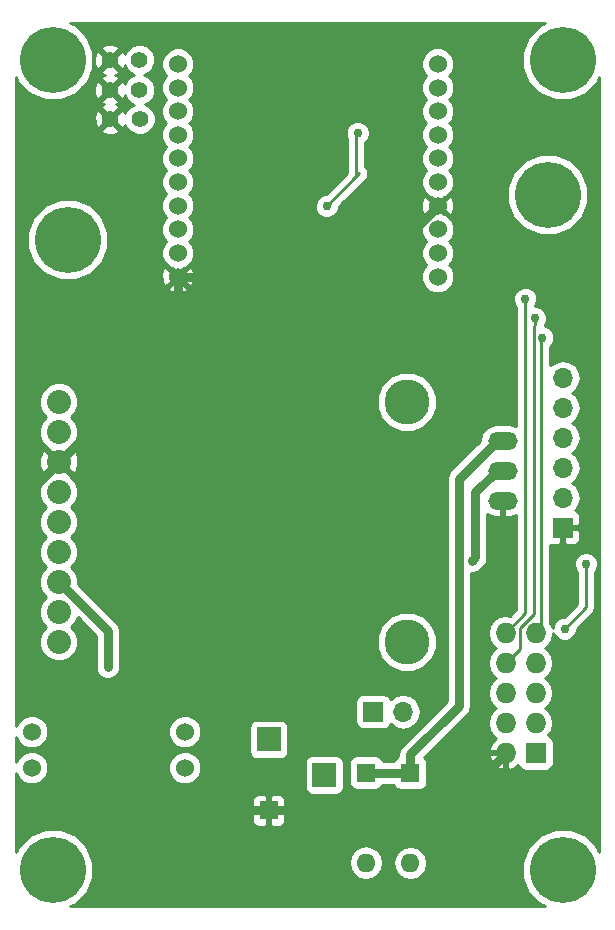
<source format=gbr>
G04 #@! TF.FileFunction,Copper,L2,Bot,Signal*
%FSLAX46Y46*%
G04 Gerber Fmt 4.6, Leading zero omitted, Abs format (unit mm)*
G04 Created by KiCad (PCBNEW 4.0.6) date Monday, July 31, 2017 'PMt' 07:30:22 PM*
%MOMM*%
%LPD*%
G01*
G04 APERTURE LIST*
%ADD10C,0.100000*%
%ADD11C,1.524000*%
%ADD12C,2.032000*%
%ADD13C,3.810000*%
%ADD14C,1.400000*%
%ADD15R,1.600000X1.600000*%
%ADD16O,1.600000X1.600000*%
%ADD17R,2.032000X2.032000*%
%ADD18R,1.524000X1.524000*%
%ADD19R,1.727200X1.727200*%
%ADD20O,1.727200X1.727200*%
%ADD21R,1.700000X1.700000*%
%ADD22O,1.700000X1.700000*%
%ADD23O,2.499360X1.501140*%
%ADD24C,5.588000*%
%ADD25C,0.762000*%
%ADD26C,0.762000*%
%ADD27C,0.250000*%
%ADD28C,0.254000*%
G04 APERTURE END LIST*
D10*
D11*
X112699800Y-38455600D03*
X112699800Y-40455596D03*
X112699800Y-42455592D03*
X112699800Y-44455588D03*
X112699800Y-46455584D03*
X112699800Y-48455580D03*
X112699800Y-50457100D03*
X112699800Y-52456080D03*
X112699800Y-54457600D03*
X112699800Y-56455564D03*
X134696200Y-56455564D03*
X134696200Y-54457600D03*
X134696200Y-52456080D03*
X134696200Y-50455576D03*
X134696200Y-48455580D03*
X134696200Y-46455584D03*
X134696200Y-44455588D03*
X134696200Y-42455592D03*
X134696200Y-40455596D03*
X134696200Y-38455600D03*
D12*
X102616000Y-67056000D03*
X102616000Y-69596000D03*
X102616000Y-72136000D03*
X102616000Y-74676000D03*
X102616000Y-77216000D03*
X102616000Y-79756000D03*
X102616000Y-82296000D03*
X102616000Y-84836000D03*
X102616000Y-87376000D03*
D13*
X132080000Y-67056000D03*
X132080000Y-87376000D03*
D11*
X113284000Y-98044000D03*
X100330000Y-98044000D03*
X100330000Y-94996000D03*
X113284000Y-94996000D03*
D14*
X106974000Y-43129200D03*
X109474000Y-43129200D03*
X106934000Y-40640000D03*
X109434000Y-40640000D03*
X106948600Y-38100000D03*
X109448600Y-38100000D03*
D15*
X132384800Y-98475800D03*
D16*
X132384800Y-106095800D03*
D15*
X128625600Y-98450400D03*
D16*
X128625600Y-106070400D03*
D17*
X120396000Y-95653860D03*
D18*
X120396000Y-101653340D03*
D17*
X125095000Y-98653600D03*
D19*
X143002000Y-96774000D03*
D20*
X140462000Y-96774000D03*
X143002000Y-94234000D03*
X140462000Y-94234000D03*
X143002000Y-91694000D03*
X140462000Y-91694000D03*
X143002000Y-89154000D03*
X140462000Y-89154000D03*
X143002000Y-86614000D03*
X140462000Y-86614000D03*
D21*
X145288000Y-77724000D03*
D22*
X145288000Y-75184000D03*
X145288000Y-72644000D03*
X145288000Y-70104000D03*
X145288000Y-67564000D03*
X145288000Y-65024000D03*
D21*
X129235200Y-93294200D03*
D22*
X131775200Y-93294200D03*
D23*
X140208000Y-72898000D03*
X140208000Y-75438000D03*
X140208000Y-70358000D03*
D24*
X102108000Y-106680000D03*
X103378000Y-53340000D03*
X145288000Y-106680000D03*
X144018000Y-49530000D03*
X145288000Y-38100000D03*
X102108000Y-38100000D03*
D25*
X102463600Y-92532200D03*
X111480600Y-99898200D03*
X106756200Y-89535000D03*
X137591800Y-80543400D03*
X127914400Y-44297600D03*
X125298200Y-50495200D03*
X145440400Y-86258400D03*
X147243800Y-80772000D03*
X142942425Y-60003575D03*
X143560800Y-61620400D03*
X142116925Y-58339875D03*
D26*
X112699800Y-56455564D02*
X128696212Y-56455564D01*
X133934201Y-51217575D02*
X134696200Y-50455576D01*
X128696212Y-56455564D02*
X133934201Y-51217575D01*
X102616000Y-72136000D02*
X112699800Y-62052200D01*
X112699800Y-62052200D02*
X112699800Y-56455564D01*
X100253800Y-90322400D02*
X100253800Y-74498200D01*
X100253800Y-74498200D02*
X102616000Y-72136000D01*
X102463600Y-92532200D02*
X100253800Y-90322400D01*
X120396000Y-101653340D02*
X135582660Y-101653340D01*
X135582660Y-101653340D02*
X140462000Y-96774000D01*
X111480600Y-99898200D02*
X113235740Y-101653340D01*
X113235740Y-101653340D02*
X120396000Y-101653340D01*
X106756200Y-89535000D02*
X106756200Y-86436200D01*
X106756200Y-86436200D02*
X103631999Y-83311999D01*
X103631999Y-83311999D02*
X102616000Y-82296000D01*
X137591800Y-80543400D02*
X137891799Y-80243401D01*
X137891799Y-80243401D02*
X137891799Y-74715091D01*
X137891799Y-74715091D02*
X139708890Y-72898000D01*
X139708890Y-72898000D02*
X140208000Y-72898000D01*
D27*
X127812800Y-47980600D02*
X128066800Y-47726600D01*
X125298200Y-50495200D02*
X127812800Y-47980600D01*
X127812800Y-47980600D02*
X127812800Y-44399200D01*
X127812800Y-44399200D02*
X127914400Y-44297600D01*
X147243800Y-80772000D02*
X147243800Y-83870800D01*
X147243800Y-83870800D02*
X147243800Y-84048600D01*
X145440400Y-86258400D02*
X147243800Y-84455000D01*
X147243800Y-84455000D02*
X147243800Y-83870800D01*
X142942425Y-60542390D02*
X142942425Y-60003575D01*
X142842411Y-60642404D02*
X142942425Y-60542390D01*
X142842411Y-85014459D02*
X142842411Y-60642404D01*
X141650601Y-86206269D02*
X142842411Y-85014459D01*
X141650601Y-87965399D02*
X141650601Y-86206269D01*
X140462000Y-89154000D02*
X141650601Y-87965399D01*
X143467421Y-62163046D02*
X143467421Y-61713779D01*
X143467421Y-61713779D02*
X143560800Y-61620400D01*
X143467421Y-86148579D02*
X143467421Y-62587310D01*
X143002000Y-86614000D02*
X143467421Y-86148579D01*
X143467421Y-62587310D02*
X143467421Y-62163046D01*
X142116925Y-58878690D02*
X142116925Y-58339875D01*
X142116925Y-84959075D02*
X142116925Y-58878690D01*
X140462000Y-86614000D02*
X142116925Y-84959075D01*
D26*
X136474200Y-92824400D02*
X136474200Y-73592690D01*
X136474200Y-73592690D02*
X139708890Y-70358000D01*
X139708890Y-70358000D02*
X140208000Y-70358000D01*
X132384800Y-98475800D02*
X132384800Y-96913800D01*
X132384800Y-96913800D02*
X136474200Y-92824400D01*
X128625600Y-98450400D02*
X132359400Y-98450400D01*
X132359400Y-98450400D02*
X132384800Y-98475800D01*
D28*
G36*
X143348165Y-35191340D02*
X142382730Y-36155092D01*
X141859597Y-37414937D01*
X141858406Y-38779078D01*
X142379340Y-40039835D01*
X143343092Y-41005270D01*
X144602937Y-41528403D01*
X145967078Y-41529594D01*
X147227835Y-41008660D01*
X148193270Y-40044908D01*
X148388000Y-39575946D01*
X148388000Y-105203243D01*
X148196660Y-104740165D01*
X147232908Y-103774730D01*
X145973063Y-103251597D01*
X144608922Y-103250406D01*
X143348165Y-103771340D01*
X142382730Y-104735092D01*
X141859597Y-105994937D01*
X141858406Y-107359078D01*
X142379340Y-108619835D01*
X143343092Y-109585270D01*
X143812054Y-109780000D01*
X103584757Y-109780000D01*
X104047835Y-109588660D01*
X105013270Y-108624908D01*
X105536403Y-107365063D01*
X105537557Y-106042287D01*
X127190600Y-106042287D01*
X127190600Y-106098513D01*
X127299833Y-106647664D01*
X127610902Y-107113211D01*
X128076449Y-107424280D01*
X128625600Y-107533513D01*
X129174751Y-107424280D01*
X129640298Y-107113211D01*
X129951367Y-106647664D01*
X130060600Y-106098513D01*
X130060600Y-106067687D01*
X130949800Y-106067687D01*
X130949800Y-106123913D01*
X131059033Y-106673064D01*
X131370102Y-107138611D01*
X131835649Y-107449680D01*
X132384800Y-107558913D01*
X132933951Y-107449680D01*
X133399498Y-107138611D01*
X133710567Y-106673064D01*
X133819800Y-106123913D01*
X133819800Y-106067687D01*
X133710567Y-105518536D01*
X133399498Y-105052989D01*
X132933951Y-104741920D01*
X132384800Y-104632687D01*
X131835649Y-104741920D01*
X131370102Y-105052989D01*
X131059033Y-105518536D01*
X130949800Y-106067687D01*
X130060600Y-106067687D01*
X130060600Y-106042287D01*
X129951367Y-105493136D01*
X129640298Y-105027589D01*
X129174751Y-104716520D01*
X128625600Y-104607287D01*
X128076449Y-104716520D01*
X127610902Y-105027589D01*
X127299833Y-105493136D01*
X127190600Y-106042287D01*
X105537557Y-106042287D01*
X105537594Y-106000922D01*
X105016660Y-104740165D01*
X104052908Y-103774730D01*
X102793063Y-103251597D01*
X101428922Y-103250406D01*
X100168165Y-103771340D01*
X99202730Y-104735092D01*
X99008000Y-105204054D01*
X99008000Y-101939090D01*
X118999000Y-101939090D01*
X118999000Y-102541649D01*
X119095673Y-102775038D01*
X119274301Y-102953667D01*
X119507690Y-103050340D01*
X120110250Y-103050340D01*
X120269000Y-102891590D01*
X120269000Y-101780340D01*
X120523000Y-101780340D01*
X120523000Y-102891590D01*
X120681750Y-103050340D01*
X121284310Y-103050340D01*
X121517699Y-102953667D01*
X121696327Y-102775038D01*
X121793000Y-102541649D01*
X121793000Y-101939090D01*
X121634250Y-101780340D01*
X120523000Y-101780340D01*
X120269000Y-101780340D01*
X119157750Y-101780340D01*
X118999000Y-101939090D01*
X99008000Y-101939090D01*
X99008000Y-100765031D01*
X118999000Y-100765031D01*
X118999000Y-101367590D01*
X119157750Y-101526340D01*
X120269000Y-101526340D01*
X120269000Y-100415090D01*
X120523000Y-100415090D01*
X120523000Y-101526340D01*
X121634250Y-101526340D01*
X121793000Y-101367590D01*
X121793000Y-100765031D01*
X121696327Y-100531642D01*
X121517699Y-100353013D01*
X121284310Y-100256340D01*
X120681750Y-100256340D01*
X120523000Y-100415090D01*
X120269000Y-100415090D01*
X120110250Y-100256340D01*
X119507690Y-100256340D01*
X119274301Y-100353013D01*
X119095673Y-100531642D01*
X118999000Y-100765031D01*
X99008000Y-100765031D01*
X99008000Y-98502761D01*
X99144990Y-98834303D01*
X99537630Y-99227629D01*
X100050900Y-99440757D01*
X100606661Y-99441242D01*
X101120303Y-99229010D01*
X101513629Y-98836370D01*
X101726757Y-98323100D01*
X101726759Y-98320661D01*
X111886758Y-98320661D01*
X112098990Y-98834303D01*
X112491630Y-99227629D01*
X113004900Y-99440757D01*
X113560661Y-99441242D01*
X114074303Y-99229010D01*
X114467629Y-98836370D01*
X114680757Y-98323100D01*
X114681242Y-97767339D01*
X114627636Y-97637600D01*
X123431560Y-97637600D01*
X123431560Y-99669600D01*
X123475838Y-99904917D01*
X123614910Y-100121041D01*
X123827110Y-100266031D01*
X124079000Y-100317040D01*
X126111000Y-100317040D01*
X126346317Y-100272762D01*
X126562441Y-100133690D01*
X126707431Y-99921490D01*
X126758440Y-99669600D01*
X126758440Y-97650400D01*
X127178160Y-97650400D01*
X127178160Y-99250400D01*
X127222438Y-99485717D01*
X127361510Y-99701841D01*
X127573710Y-99846831D01*
X127825600Y-99897840D01*
X129425600Y-99897840D01*
X129660917Y-99853562D01*
X129877041Y-99714490D01*
X130022031Y-99502290D01*
X130029299Y-99466400D01*
X130973224Y-99466400D01*
X130981638Y-99511117D01*
X131120710Y-99727241D01*
X131332910Y-99872231D01*
X131584800Y-99923240D01*
X133184800Y-99923240D01*
X133420117Y-99878962D01*
X133636241Y-99739890D01*
X133781231Y-99527690D01*
X133832240Y-99275800D01*
X133832240Y-97675800D01*
X133787962Y-97440483D01*
X133648890Y-97224359D01*
X133567020Y-97168420D01*
X133602413Y-97133027D01*
X139007032Y-97133027D01*
X139255179Y-97662490D01*
X139687053Y-98056688D01*
X140102974Y-98228958D01*
X140335000Y-98107817D01*
X140335000Y-96901000D01*
X139127531Y-96901000D01*
X139007032Y-97133027D01*
X133602413Y-97133027D01*
X137192621Y-93542820D01*
X137412862Y-93213207D01*
X137426435Y-93144971D01*
X137490200Y-92824400D01*
X137490200Y-81559312D01*
X137793008Y-81559576D01*
X137980606Y-81482062D01*
X137980607Y-81482062D01*
X137980608Y-81482061D01*
X138166566Y-81405225D01*
X138452621Y-81119669D01*
X138452798Y-81119242D01*
X138610220Y-80961821D01*
X138830461Y-80632208D01*
X138907799Y-80243401D01*
X138907799Y-76545235D01*
X139061323Y-76669499D01*
X139581890Y-76823570D01*
X140081000Y-76823570D01*
X140081000Y-75565000D01*
X140061000Y-75565000D01*
X140061000Y-75311000D01*
X140081000Y-75311000D01*
X140081000Y-75291000D01*
X140335000Y-75291000D01*
X140335000Y-75311000D01*
X140355000Y-75311000D01*
X140355000Y-75565000D01*
X140335000Y-75565000D01*
X140335000Y-76823570D01*
X140834110Y-76823570D01*
X141354677Y-76669499D01*
X141356925Y-76667679D01*
X141356925Y-84644273D01*
X140839973Y-85161225D01*
X140462000Y-85086041D01*
X139888511Y-85200115D01*
X139402330Y-85524971D01*
X139077474Y-86011152D01*
X138963400Y-86584641D01*
X138963400Y-86643359D01*
X139077474Y-87216848D01*
X139402330Y-87703029D01*
X139673172Y-87884000D01*
X139402330Y-88064971D01*
X139077474Y-88551152D01*
X138963400Y-89124641D01*
X138963400Y-89183359D01*
X139077474Y-89756848D01*
X139402330Y-90243029D01*
X139673172Y-90424000D01*
X139402330Y-90604971D01*
X139077474Y-91091152D01*
X138963400Y-91664641D01*
X138963400Y-91723359D01*
X139077474Y-92296848D01*
X139402330Y-92783029D01*
X139673172Y-92964000D01*
X139402330Y-93144971D01*
X139077474Y-93631152D01*
X138963400Y-94204641D01*
X138963400Y-94263359D01*
X139077474Y-94836848D01*
X139402330Y-95323029D01*
X139673161Y-95503992D01*
X139255179Y-95885510D01*
X139007032Y-96414973D01*
X139127531Y-96647000D01*
X140335000Y-96647000D01*
X140335000Y-96627000D01*
X140589000Y-96627000D01*
X140589000Y-96647000D01*
X140609000Y-96647000D01*
X140609000Y-96901000D01*
X140589000Y-96901000D01*
X140589000Y-98107817D01*
X140821026Y-98228958D01*
X141236947Y-98056688D01*
X141521027Y-97797391D01*
X141535238Y-97872917D01*
X141674310Y-98089041D01*
X141886510Y-98234031D01*
X142138400Y-98285040D01*
X143865600Y-98285040D01*
X144100917Y-98240762D01*
X144317041Y-98101690D01*
X144462031Y-97889490D01*
X144513040Y-97637600D01*
X144513040Y-95910400D01*
X144468762Y-95675083D01*
X144329690Y-95458959D01*
X144117490Y-95313969D01*
X144073655Y-95305092D01*
X144386526Y-94836848D01*
X144500600Y-94263359D01*
X144500600Y-94204641D01*
X144386526Y-93631152D01*
X144061670Y-93144971D01*
X143790828Y-92964000D01*
X144061670Y-92783029D01*
X144386526Y-92296848D01*
X144500600Y-91723359D01*
X144500600Y-91664641D01*
X144386526Y-91091152D01*
X144061670Y-90604971D01*
X143790828Y-90424000D01*
X144061670Y-90243029D01*
X144386526Y-89756848D01*
X144500600Y-89183359D01*
X144500600Y-89124641D01*
X144386526Y-88551152D01*
X144061670Y-88064971D01*
X143790828Y-87884000D01*
X144061670Y-87703029D01*
X144386526Y-87216848D01*
X144500453Y-86644097D01*
X144578575Y-86833166D01*
X144864131Y-87119221D01*
X145237418Y-87274224D01*
X145641608Y-87274576D01*
X146015166Y-87120225D01*
X146301221Y-86834669D01*
X146456224Y-86461382D01*
X146456350Y-86317252D01*
X147781201Y-84992401D01*
X147945948Y-84745839D01*
X148003800Y-84455000D01*
X148003800Y-81448914D01*
X148104621Y-81348269D01*
X148259624Y-80974982D01*
X148259976Y-80570792D01*
X148105625Y-80197234D01*
X147820069Y-79911179D01*
X147446782Y-79756176D01*
X147042592Y-79755824D01*
X146669034Y-79910175D01*
X146382979Y-80195731D01*
X146227976Y-80569018D01*
X146227624Y-80973208D01*
X146381975Y-81346766D01*
X146483800Y-81448769D01*
X146483800Y-84140198D01*
X145381650Y-85242348D01*
X145239192Y-85242224D01*
X144865634Y-85396575D01*
X144579579Y-85682131D01*
X144424576Y-86055418D01*
X144424449Y-86201801D01*
X144386526Y-86011152D01*
X144227421Y-85773035D01*
X144227421Y-79174094D01*
X144311691Y-79209000D01*
X145002250Y-79209000D01*
X145161000Y-79050250D01*
X145161000Y-77851000D01*
X145415000Y-77851000D01*
X145415000Y-79050250D01*
X145573750Y-79209000D01*
X146264309Y-79209000D01*
X146497698Y-79112327D01*
X146676327Y-78933699D01*
X146773000Y-78700310D01*
X146773000Y-78009750D01*
X146614250Y-77851000D01*
X145415000Y-77851000D01*
X145161000Y-77851000D01*
X145141000Y-77851000D01*
X145141000Y-77597000D01*
X145161000Y-77597000D01*
X145161000Y-77577000D01*
X145415000Y-77577000D01*
X145415000Y-77597000D01*
X146614250Y-77597000D01*
X146773000Y-77438250D01*
X146773000Y-76747690D01*
X146676327Y-76514301D01*
X146497698Y-76335673D01*
X146323223Y-76263403D01*
X146367147Y-76234054D01*
X146689054Y-75752285D01*
X146802093Y-75184000D01*
X146689054Y-74615715D01*
X146367147Y-74133946D01*
X146037974Y-73914000D01*
X146367147Y-73694054D01*
X146689054Y-73212285D01*
X146802093Y-72644000D01*
X146689054Y-72075715D01*
X146367147Y-71593946D01*
X146037974Y-71374000D01*
X146367147Y-71154054D01*
X146689054Y-70672285D01*
X146802093Y-70104000D01*
X146689054Y-69535715D01*
X146367147Y-69053946D01*
X146037974Y-68834000D01*
X146367147Y-68614054D01*
X146689054Y-68132285D01*
X146802093Y-67564000D01*
X146689054Y-66995715D01*
X146367147Y-66513946D01*
X146037974Y-66294000D01*
X146367147Y-66074054D01*
X146689054Y-65592285D01*
X146802093Y-65024000D01*
X146689054Y-64455715D01*
X146367147Y-63973946D01*
X145885378Y-63652039D01*
X145317093Y-63539000D01*
X145258907Y-63539000D01*
X144690622Y-63652039D01*
X144227421Y-63961539D01*
X144227421Y-62390530D01*
X144421621Y-62196669D01*
X144576624Y-61823382D01*
X144576976Y-61419192D01*
X144422625Y-61045634D01*
X144137069Y-60759579D01*
X143774156Y-60608884D01*
X143803246Y-60579844D01*
X143958249Y-60206557D01*
X143958601Y-59802367D01*
X143804250Y-59428809D01*
X143518694Y-59142754D01*
X143145407Y-58987751D01*
X142906223Y-58987543D01*
X142977746Y-58916144D01*
X143132749Y-58542857D01*
X143133101Y-58138667D01*
X142978750Y-57765109D01*
X142693194Y-57479054D01*
X142319907Y-57324051D01*
X141915717Y-57323699D01*
X141542159Y-57478050D01*
X141256104Y-57763606D01*
X141101101Y-58136893D01*
X141100749Y-58541083D01*
X141255100Y-58914641D01*
X141356925Y-59016644D01*
X141356925Y-69133130D01*
X141274268Y-69077900D01*
X140744033Y-68972430D01*
X139671967Y-68972430D01*
X139141732Y-69077900D01*
X138692221Y-69378254D01*
X138391867Y-69827765D01*
X138289960Y-70340090D01*
X135755780Y-72874270D01*
X135535538Y-73203883D01*
X135535538Y-73203884D01*
X135458200Y-73592690D01*
X135458200Y-92403559D01*
X131666380Y-96195380D01*
X131446138Y-96524993D01*
X131446138Y-96524994D01*
X131368800Y-96913800D01*
X131368800Y-97069003D01*
X131349483Y-97072638D01*
X131133359Y-97211710D01*
X130988369Y-97423910D01*
X130986245Y-97434400D01*
X130032397Y-97434400D01*
X130028762Y-97415083D01*
X129889690Y-97198959D01*
X129677490Y-97053969D01*
X129425600Y-97002960D01*
X127825600Y-97002960D01*
X127590283Y-97047238D01*
X127374159Y-97186310D01*
X127229169Y-97398510D01*
X127178160Y-97650400D01*
X126758440Y-97650400D01*
X126758440Y-97637600D01*
X126714162Y-97402283D01*
X126575090Y-97186159D01*
X126362890Y-97041169D01*
X126111000Y-96990160D01*
X124079000Y-96990160D01*
X123843683Y-97034438D01*
X123627559Y-97173510D01*
X123482569Y-97385710D01*
X123431560Y-97637600D01*
X114627636Y-97637600D01*
X114469010Y-97253697D01*
X114076370Y-96860371D01*
X113563100Y-96647243D01*
X113007339Y-96646758D01*
X112493697Y-96858990D01*
X112100371Y-97251630D01*
X111887243Y-97764900D01*
X111886758Y-98320661D01*
X101726759Y-98320661D01*
X101727242Y-97767339D01*
X101515010Y-97253697D01*
X101122370Y-96860371D01*
X100609100Y-96647243D01*
X100053339Y-96646758D01*
X99539697Y-96858990D01*
X99146371Y-97251630D01*
X99008000Y-97584865D01*
X99008000Y-95454761D01*
X99144990Y-95786303D01*
X99537630Y-96179629D01*
X100050900Y-96392757D01*
X100606661Y-96393242D01*
X101120303Y-96181010D01*
X101513629Y-95788370D01*
X101726757Y-95275100D01*
X101726759Y-95272661D01*
X111886758Y-95272661D01*
X112098990Y-95786303D01*
X112491630Y-96179629D01*
X113004900Y-96392757D01*
X113560661Y-96393242D01*
X114074303Y-96181010D01*
X114467629Y-95788370D01*
X114680757Y-95275100D01*
X114681242Y-94719339D01*
X114647576Y-94637860D01*
X118732560Y-94637860D01*
X118732560Y-96669860D01*
X118776838Y-96905177D01*
X118915910Y-97121301D01*
X119128110Y-97266291D01*
X119380000Y-97317300D01*
X121412000Y-97317300D01*
X121647317Y-97273022D01*
X121863441Y-97133950D01*
X122008431Y-96921750D01*
X122059440Y-96669860D01*
X122059440Y-94637860D01*
X122015162Y-94402543D01*
X121876090Y-94186419D01*
X121663890Y-94041429D01*
X121412000Y-93990420D01*
X119380000Y-93990420D01*
X119144683Y-94034698D01*
X118928559Y-94173770D01*
X118783569Y-94385970D01*
X118732560Y-94637860D01*
X114647576Y-94637860D01*
X114469010Y-94205697D01*
X114076370Y-93812371D01*
X113563100Y-93599243D01*
X113007339Y-93598758D01*
X112493697Y-93810990D01*
X112100371Y-94203630D01*
X111887243Y-94716900D01*
X111886758Y-95272661D01*
X101726759Y-95272661D01*
X101727242Y-94719339D01*
X101515010Y-94205697D01*
X101122370Y-93812371D01*
X100609100Y-93599243D01*
X100053339Y-93598758D01*
X99539697Y-93810990D01*
X99146371Y-94203630D01*
X99008000Y-94536865D01*
X99008000Y-92444200D01*
X127737760Y-92444200D01*
X127737760Y-94144200D01*
X127782038Y-94379517D01*
X127921110Y-94595641D01*
X128133310Y-94740631D01*
X128385200Y-94791640D01*
X130085200Y-94791640D01*
X130320517Y-94747362D01*
X130536641Y-94608290D01*
X130681631Y-94396090D01*
X130695286Y-94328659D01*
X130725146Y-94373347D01*
X131206915Y-94695254D01*
X131775200Y-94808293D01*
X132343485Y-94695254D01*
X132825254Y-94373347D01*
X133147161Y-93891578D01*
X133260200Y-93323293D01*
X133260200Y-93265107D01*
X133147161Y-92696822D01*
X132825254Y-92215053D01*
X132343485Y-91893146D01*
X131775200Y-91780107D01*
X131206915Y-91893146D01*
X130725146Y-92215053D01*
X130697350Y-92256652D01*
X130688362Y-92208883D01*
X130549290Y-91992759D01*
X130337090Y-91847769D01*
X130085200Y-91796760D01*
X128385200Y-91796760D01*
X128149883Y-91841038D01*
X127933759Y-91980110D01*
X127788769Y-92192310D01*
X127737760Y-92444200D01*
X99008000Y-92444200D01*
X99008000Y-75002963D01*
X100964714Y-75002963D01*
X101215534Y-75609995D01*
X101551132Y-75946179D01*
X101217166Y-76279563D01*
X100965287Y-76886155D01*
X100964714Y-77542963D01*
X101215534Y-78149995D01*
X101551132Y-78486179D01*
X101217166Y-78819563D01*
X100965287Y-79426155D01*
X100964714Y-80082963D01*
X101215534Y-80689995D01*
X101551132Y-81026179D01*
X101217166Y-81359563D01*
X100965287Y-81966155D01*
X100964714Y-82622963D01*
X101215534Y-83229995D01*
X101551132Y-83566179D01*
X101217166Y-83899563D01*
X100965287Y-84506155D01*
X100964714Y-85162963D01*
X101215534Y-85769995D01*
X101551132Y-86106179D01*
X101217166Y-86439563D01*
X100965287Y-87046155D01*
X100964714Y-87702963D01*
X101215534Y-88309995D01*
X101679563Y-88774834D01*
X102286155Y-89026713D01*
X102942963Y-89027286D01*
X103549995Y-88776466D01*
X104014834Y-88312437D01*
X104266713Y-87705845D01*
X104267286Y-87049037D01*
X104016466Y-86442005D01*
X103680868Y-86105821D01*
X104014834Y-85772437D01*
X104202836Y-85319677D01*
X105740200Y-86857041D01*
X105740200Y-89534113D01*
X105740024Y-89736208D01*
X105894375Y-90109766D01*
X106179931Y-90395821D01*
X106553218Y-90550824D01*
X106957408Y-90551176D01*
X107330966Y-90396825D01*
X107617021Y-90111269D01*
X107772024Y-89737982D01*
X107772376Y-89333792D01*
X107772200Y-89333366D01*
X107772200Y-87879021D01*
X129539560Y-87879021D01*
X129925437Y-88812915D01*
X130639327Y-89528052D01*
X131572546Y-89915559D01*
X132583021Y-89916440D01*
X133516915Y-89530563D01*
X134232052Y-88816673D01*
X134619559Y-87883454D01*
X134620440Y-86872979D01*
X134234563Y-85939085D01*
X133520673Y-85223948D01*
X132587454Y-84836441D01*
X131576979Y-84835560D01*
X130643085Y-85221437D01*
X129927948Y-85935327D01*
X129540441Y-86868546D01*
X129539560Y-87879021D01*
X107772200Y-87879021D01*
X107772200Y-86436200D01*
X107694862Y-86047394D01*
X107511141Y-85772437D01*
X107474620Y-85717779D01*
X104350422Y-82593582D01*
X104350420Y-82593579D01*
X104266814Y-82509973D01*
X104267286Y-81969037D01*
X104016466Y-81362005D01*
X103680868Y-81025821D01*
X104014834Y-80692437D01*
X104266713Y-80085845D01*
X104267286Y-79429037D01*
X104016466Y-78822005D01*
X103680868Y-78485821D01*
X104014834Y-78152437D01*
X104266713Y-77545845D01*
X104267286Y-76889037D01*
X104016466Y-76282005D01*
X103680868Y-75945821D01*
X104014834Y-75612437D01*
X104266713Y-75005845D01*
X104267286Y-74349037D01*
X104016466Y-73742005D01*
X103593634Y-73318435D01*
X103600502Y-73300107D01*
X102616000Y-72315605D01*
X101631498Y-73300107D01*
X101638547Y-73318917D01*
X101217166Y-73739563D01*
X100965287Y-74346155D01*
X100964714Y-75002963D01*
X99008000Y-75002963D01*
X99008000Y-71867642D01*
X100954184Y-71867642D01*
X100977986Y-72524019D01*
X101183378Y-73019880D01*
X101451893Y-73120502D01*
X102436395Y-72136000D01*
X102795605Y-72136000D01*
X103780107Y-73120502D01*
X104048622Y-73019880D01*
X104277816Y-72404358D01*
X104254014Y-71747981D01*
X104048622Y-71252120D01*
X103780107Y-71151498D01*
X102795605Y-72136000D01*
X102436395Y-72136000D01*
X101451893Y-71151498D01*
X101183378Y-71252120D01*
X100954184Y-71867642D01*
X99008000Y-71867642D01*
X99008000Y-67382963D01*
X100964714Y-67382963D01*
X101215534Y-67989995D01*
X101551132Y-68326179D01*
X101217166Y-68659563D01*
X100965287Y-69266155D01*
X100964714Y-69922963D01*
X101215534Y-70529995D01*
X101638366Y-70953565D01*
X101631498Y-70971893D01*
X102616000Y-71956395D01*
X103600502Y-70971893D01*
X103593453Y-70953083D01*
X104014834Y-70532437D01*
X104266713Y-69925845D01*
X104267286Y-69269037D01*
X104016466Y-68662005D01*
X103680868Y-68325821D01*
X104014834Y-67992437D01*
X104194804Y-67559021D01*
X129539560Y-67559021D01*
X129925437Y-68492915D01*
X130639327Y-69208052D01*
X131572546Y-69595559D01*
X132583021Y-69596440D01*
X133516915Y-69210563D01*
X134232052Y-68496673D01*
X134619559Y-67563454D01*
X134620440Y-66552979D01*
X134234563Y-65619085D01*
X133520673Y-64903948D01*
X132587454Y-64516441D01*
X131576979Y-64515560D01*
X130643085Y-64901437D01*
X129927948Y-65615327D01*
X129540441Y-66548546D01*
X129539560Y-67559021D01*
X104194804Y-67559021D01*
X104266713Y-67385845D01*
X104267286Y-66729037D01*
X104016466Y-66122005D01*
X103552437Y-65657166D01*
X102945845Y-65405287D01*
X102289037Y-65404714D01*
X101682005Y-65655534D01*
X101217166Y-66119563D01*
X100965287Y-66726155D01*
X100964714Y-67382963D01*
X99008000Y-67382963D01*
X99008000Y-57435777D01*
X111899192Y-57435777D01*
X111968657Y-57677961D01*
X112492102Y-57864708D01*
X113047168Y-57836926D01*
X113430943Y-57677961D01*
X113500408Y-57435777D01*
X112699800Y-56635169D01*
X111899192Y-57435777D01*
X99008000Y-57435777D01*
X99008000Y-54019078D01*
X99948406Y-54019078D01*
X100469340Y-55279835D01*
X101433092Y-56245270D01*
X102692937Y-56768403D01*
X104057078Y-56769594D01*
X105317835Y-56248660D01*
X105318630Y-56247866D01*
X111290656Y-56247866D01*
X111318438Y-56802932D01*
X111477403Y-57186707D01*
X111719587Y-57256172D01*
X112520195Y-56455564D01*
X112879405Y-56455564D01*
X113680013Y-57256172D01*
X113922197Y-57186707D01*
X114108944Y-56663262D01*
X114081162Y-56108196D01*
X113922197Y-55724421D01*
X113680013Y-55654956D01*
X112879405Y-56455564D01*
X112520195Y-56455564D01*
X111719587Y-55654956D01*
X111477403Y-55724421D01*
X111290656Y-56247866D01*
X105318630Y-56247866D01*
X106283270Y-55284908D01*
X106806403Y-54025063D01*
X106807594Y-52660922D01*
X106286660Y-51400165D01*
X105322908Y-50434730D01*
X104063063Y-49911597D01*
X102698922Y-49910406D01*
X101438165Y-50431340D01*
X100472730Y-51395092D01*
X99949597Y-52654937D01*
X99948406Y-54019078D01*
X99008000Y-54019078D01*
X99008000Y-44064475D01*
X106218331Y-44064475D01*
X106280169Y-44300242D01*
X106781122Y-44476619D01*
X107311440Y-44447864D01*
X107667831Y-44300242D01*
X107729669Y-44064475D01*
X106974000Y-43308805D01*
X106218331Y-44064475D01*
X99008000Y-44064475D01*
X99008000Y-42936322D01*
X105626581Y-42936322D01*
X105655336Y-43466640D01*
X105802958Y-43823031D01*
X106038725Y-43884869D01*
X106794395Y-43129200D01*
X106038725Y-42373531D01*
X105802958Y-42435369D01*
X105626581Y-42936322D01*
X99008000Y-42936322D01*
X99008000Y-41575275D01*
X106178331Y-41575275D01*
X106240169Y-41811042D01*
X106453774Y-41886249D01*
X106280169Y-41958158D01*
X106218331Y-42193925D01*
X106974000Y-42949595D01*
X107729669Y-42193925D01*
X107667831Y-41958158D01*
X107454226Y-41882951D01*
X107627831Y-41811042D01*
X107689669Y-41575275D01*
X106934000Y-40819605D01*
X106178331Y-41575275D01*
X99008000Y-41575275D01*
X99008000Y-39576757D01*
X99199340Y-40039835D01*
X100163092Y-41005270D01*
X101422937Y-41528403D01*
X102787078Y-41529594D01*
X104047835Y-41008660D01*
X104610353Y-40447122D01*
X105586581Y-40447122D01*
X105615336Y-40977440D01*
X105762958Y-41333831D01*
X105998725Y-41395669D01*
X106754395Y-40640000D01*
X107113605Y-40640000D01*
X107869275Y-41395669D01*
X108105042Y-41333831D01*
X108183793Y-41110158D01*
X108301582Y-41395229D01*
X108676796Y-41771098D01*
X108970156Y-41892912D01*
X108718771Y-41996782D01*
X108342902Y-42371996D01*
X108230709Y-42642187D01*
X108145042Y-42435369D01*
X107909275Y-42373531D01*
X107153605Y-43129200D01*
X107909275Y-43884869D01*
X108145042Y-43823031D01*
X108223793Y-43599358D01*
X108341582Y-43884429D01*
X108716796Y-44260298D01*
X109207287Y-44463968D01*
X109738383Y-44464431D01*
X110229229Y-44261618D01*
X110605098Y-43886404D01*
X110808768Y-43395913D01*
X110809231Y-42864817D01*
X110606418Y-42373971D01*
X110231204Y-41998102D01*
X109937844Y-41876288D01*
X110189229Y-41772418D01*
X110565098Y-41397204D01*
X110768768Y-40906713D01*
X110769231Y-40375617D01*
X110566418Y-39884771D01*
X110191204Y-39508902D01*
X109863755Y-39372933D01*
X110203829Y-39232418D01*
X110579698Y-38857204D01*
X110631578Y-38732261D01*
X111302558Y-38732261D01*
X111514790Y-39245903D01*
X111724140Y-39455619D01*
X111516171Y-39663226D01*
X111303043Y-40176496D01*
X111302558Y-40732257D01*
X111514790Y-41245899D01*
X111724140Y-41455615D01*
X111516171Y-41663222D01*
X111303043Y-42176492D01*
X111302558Y-42732253D01*
X111514790Y-43245895D01*
X111724140Y-43455611D01*
X111516171Y-43663218D01*
X111303043Y-44176488D01*
X111302558Y-44732249D01*
X111514790Y-45245891D01*
X111724140Y-45455607D01*
X111516171Y-45663214D01*
X111303043Y-46176484D01*
X111302558Y-46732245D01*
X111514790Y-47245887D01*
X111724140Y-47455603D01*
X111516171Y-47663210D01*
X111303043Y-48176480D01*
X111302558Y-48732241D01*
X111514790Y-49245883D01*
X111724902Y-49456363D01*
X111516171Y-49664730D01*
X111303043Y-50178000D01*
X111302558Y-50733761D01*
X111514790Y-51247403D01*
X111723632Y-51456610D01*
X111516171Y-51663710D01*
X111303043Y-52176980D01*
X111302558Y-52732741D01*
X111514790Y-53246383D01*
X111724902Y-53456863D01*
X111516171Y-53665230D01*
X111303043Y-54178500D01*
X111302558Y-54734261D01*
X111514790Y-55247903D01*
X111907430Y-55641229D01*
X112177009Y-55753168D01*
X112699800Y-56275959D01*
X113222633Y-55753126D01*
X113490103Y-55642610D01*
X113883429Y-55249970D01*
X114096557Y-54736700D01*
X114097042Y-54180939D01*
X113884810Y-53667297D01*
X113674698Y-53456817D01*
X113883429Y-53248450D01*
X114096557Y-52735180D01*
X114096559Y-52732741D01*
X133298958Y-52732741D01*
X133511190Y-53246383D01*
X133721302Y-53456863D01*
X133512571Y-53665230D01*
X133299443Y-54178500D01*
X133298958Y-54734261D01*
X133511190Y-55247903D01*
X133719524Y-55456601D01*
X133512571Y-55663194D01*
X133299443Y-56176464D01*
X133298958Y-56732225D01*
X133511190Y-57245867D01*
X133903830Y-57639193D01*
X134417100Y-57852321D01*
X134972861Y-57852806D01*
X135486503Y-57640574D01*
X135879829Y-57247934D01*
X136092957Y-56734664D01*
X136093442Y-56178903D01*
X135881210Y-55665261D01*
X135672876Y-55456563D01*
X135879829Y-55249970D01*
X136092957Y-54736700D01*
X136093442Y-54180939D01*
X135881210Y-53667297D01*
X135671098Y-53456817D01*
X135879829Y-53248450D01*
X136092957Y-52735180D01*
X136093442Y-52179419D01*
X135881210Y-51665777D01*
X135488570Y-51272451D01*
X135223335Y-51162316D01*
X134696200Y-50635181D01*
X134169039Y-51162342D01*
X133905897Y-51271070D01*
X133512571Y-51663710D01*
X133299443Y-52176980D01*
X133298958Y-52732741D01*
X114096559Y-52732741D01*
X114097042Y-52179419D01*
X113884810Y-51665777D01*
X113675968Y-51456570D01*
X113883429Y-51249470D01*
X114096557Y-50736200D01*
X114096591Y-50696408D01*
X124282024Y-50696408D01*
X124436375Y-51069966D01*
X124721931Y-51356021D01*
X125095218Y-51511024D01*
X125499408Y-51511376D01*
X125872966Y-51357025D01*
X126159021Y-51071469D01*
X126314024Y-50698182D01*
X126314150Y-50554052D01*
X126620324Y-50247878D01*
X133287056Y-50247878D01*
X133314838Y-50802944D01*
X133473803Y-51186719D01*
X133715987Y-51256184D01*
X134516595Y-50455576D01*
X134875805Y-50455576D01*
X135676413Y-51256184D01*
X135918597Y-51186719D01*
X136105344Y-50663274D01*
X136082611Y-50209078D01*
X140588406Y-50209078D01*
X141109340Y-51469835D01*
X142073092Y-52435270D01*
X143332937Y-52958403D01*
X144697078Y-52959594D01*
X145957835Y-52438660D01*
X146923270Y-51474908D01*
X147446403Y-50215063D01*
X147447594Y-48850922D01*
X146926660Y-47590165D01*
X145962908Y-46624730D01*
X144703063Y-46101597D01*
X143338922Y-46100406D01*
X142078165Y-46621340D01*
X141112730Y-47585092D01*
X140589597Y-48844937D01*
X140588406Y-50209078D01*
X136082611Y-50209078D01*
X136077562Y-50108208D01*
X135918597Y-49724433D01*
X135676413Y-49654968D01*
X134875805Y-50455576D01*
X134516595Y-50455576D01*
X133715987Y-49654968D01*
X133473803Y-49724433D01*
X133287056Y-50247878D01*
X126620324Y-50247878D01*
X128604201Y-48264001D01*
X128768948Y-48017440D01*
X128826800Y-47726600D01*
X128768948Y-47435761D01*
X128604201Y-47189199D01*
X128572800Y-47168218D01*
X128572800Y-45075937D01*
X128775221Y-44873869D01*
X128930224Y-44500582D01*
X128930576Y-44096392D01*
X128776225Y-43722834D01*
X128490669Y-43436779D01*
X128117382Y-43281776D01*
X127713192Y-43281424D01*
X127339634Y-43435775D01*
X127053579Y-43721331D01*
X126898576Y-44094618D01*
X126898224Y-44498808D01*
X127052575Y-44872366D01*
X127052800Y-44872591D01*
X127052800Y-47665798D01*
X125239450Y-49479148D01*
X125096992Y-49479024D01*
X124723434Y-49633375D01*
X124437379Y-49918931D01*
X124282376Y-50292218D01*
X124282024Y-50696408D01*
X114096591Y-50696408D01*
X114097042Y-50180439D01*
X113884810Y-49666797D01*
X113674698Y-49456317D01*
X113883429Y-49247950D01*
X114096557Y-48734680D01*
X114097042Y-48178919D01*
X113884810Y-47665277D01*
X113675460Y-47455561D01*
X113883429Y-47247954D01*
X114096557Y-46734684D01*
X114097042Y-46178923D01*
X113884810Y-45665281D01*
X113675460Y-45455565D01*
X113883429Y-45247958D01*
X114096557Y-44734688D01*
X114097042Y-44178927D01*
X113884810Y-43665285D01*
X113675460Y-43455569D01*
X113883429Y-43247962D01*
X114096557Y-42734692D01*
X114097042Y-42178931D01*
X113884810Y-41665289D01*
X113675460Y-41455573D01*
X113883429Y-41247966D01*
X114096557Y-40734696D01*
X114097042Y-40178935D01*
X113884810Y-39665293D01*
X113675460Y-39455577D01*
X113883429Y-39247970D01*
X114096557Y-38734700D01*
X114096559Y-38732261D01*
X133298958Y-38732261D01*
X133511190Y-39245903D01*
X133720540Y-39455619D01*
X133512571Y-39663226D01*
X133299443Y-40176496D01*
X133298958Y-40732257D01*
X133511190Y-41245899D01*
X133720540Y-41455615D01*
X133512571Y-41663222D01*
X133299443Y-42176492D01*
X133298958Y-42732253D01*
X133511190Y-43245895D01*
X133720540Y-43455611D01*
X133512571Y-43663218D01*
X133299443Y-44176488D01*
X133298958Y-44732249D01*
X133511190Y-45245891D01*
X133720540Y-45455607D01*
X133512571Y-45663214D01*
X133299443Y-46176484D01*
X133298958Y-46732245D01*
X133511190Y-47245887D01*
X133720540Y-47455603D01*
X133512571Y-47663210D01*
X133299443Y-48176480D01*
X133298958Y-48732241D01*
X133511190Y-49245883D01*
X133903830Y-49639209D01*
X134169934Y-49749705D01*
X134696200Y-50275971D01*
X135222496Y-49749675D01*
X135486503Y-49640590D01*
X135879829Y-49247950D01*
X136092957Y-48734680D01*
X136093442Y-48178919D01*
X135881210Y-47665277D01*
X135671860Y-47455561D01*
X135879829Y-47247954D01*
X136092957Y-46734684D01*
X136093442Y-46178923D01*
X135881210Y-45665281D01*
X135671860Y-45455565D01*
X135879829Y-45247958D01*
X136092957Y-44734688D01*
X136093442Y-44178927D01*
X135881210Y-43665285D01*
X135671860Y-43455569D01*
X135879829Y-43247962D01*
X136092957Y-42734692D01*
X136093442Y-42178931D01*
X135881210Y-41665289D01*
X135671860Y-41455573D01*
X135879829Y-41247966D01*
X136092957Y-40734696D01*
X136093442Y-40178935D01*
X135881210Y-39665293D01*
X135671860Y-39455577D01*
X135879829Y-39247970D01*
X136092957Y-38734700D01*
X136093442Y-38178939D01*
X135881210Y-37665297D01*
X135488570Y-37271971D01*
X134975300Y-37058843D01*
X134419539Y-37058358D01*
X133905897Y-37270590D01*
X133512571Y-37663230D01*
X133299443Y-38176500D01*
X133298958Y-38732261D01*
X114096559Y-38732261D01*
X114097042Y-38178939D01*
X113884810Y-37665297D01*
X113492170Y-37271971D01*
X112978900Y-37058843D01*
X112423139Y-37058358D01*
X111909497Y-37270590D01*
X111516171Y-37663230D01*
X111303043Y-38176500D01*
X111302558Y-38732261D01*
X110631578Y-38732261D01*
X110783368Y-38366713D01*
X110783831Y-37835617D01*
X110581018Y-37344771D01*
X110205804Y-36968902D01*
X109715313Y-36765232D01*
X109184217Y-36764769D01*
X108693371Y-36967582D01*
X108317502Y-37342796D01*
X108205309Y-37612987D01*
X108119642Y-37406169D01*
X107883875Y-37344331D01*
X107128205Y-38100000D01*
X107883875Y-38855669D01*
X108119642Y-38793831D01*
X108198393Y-38570158D01*
X108316182Y-38855229D01*
X108691396Y-39231098D01*
X109018845Y-39367067D01*
X108678771Y-39507582D01*
X108302902Y-39882796D01*
X108190709Y-40152987D01*
X108105042Y-39946169D01*
X107869275Y-39884331D01*
X107113605Y-40640000D01*
X106754395Y-40640000D01*
X105998725Y-39884331D01*
X105762958Y-39946169D01*
X105586581Y-40447122D01*
X104610353Y-40447122D01*
X105013270Y-40044908D01*
X105154526Y-39704725D01*
X106178331Y-39704725D01*
X106934000Y-40460395D01*
X107689669Y-39704725D01*
X107627831Y-39468958D01*
X107377447Y-39380802D01*
X107642431Y-39271042D01*
X107704269Y-39035275D01*
X106948600Y-38279605D01*
X106192931Y-39035275D01*
X106254769Y-39271042D01*
X106505153Y-39359198D01*
X106240169Y-39468958D01*
X106178331Y-39704725D01*
X105154526Y-39704725D01*
X105536403Y-38785063D01*
X105537169Y-37907122D01*
X105601181Y-37907122D01*
X105629936Y-38437440D01*
X105777558Y-38793831D01*
X106013325Y-38855669D01*
X106768995Y-38100000D01*
X106013325Y-37344331D01*
X105777558Y-37406169D01*
X105601181Y-37907122D01*
X105537169Y-37907122D01*
X105537594Y-37420922D01*
X105431736Y-37164725D01*
X106192931Y-37164725D01*
X106948600Y-37920395D01*
X107704269Y-37164725D01*
X107642431Y-36928958D01*
X107141478Y-36752581D01*
X106611160Y-36781336D01*
X106254769Y-36928958D01*
X106192931Y-37164725D01*
X105431736Y-37164725D01*
X105016660Y-36160165D01*
X104052908Y-35194730D01*
X103583946Y-35000000D01*
X143811243Y-35000000D01*
X143348165Y-35191340D01*
X143348165Y-35191340D01*
G37*
X143348165Y-35191340D02*
X142382730Y-36155092D01*
X141859597Y-37414937D01*
X141858406Y-38779078D01*
X142379340Y-40039835D01*
X143343092Y-41005270D01*
X144602937Y-41528403D01*
X145967078Y-41529594D01*
X147227835Y-41008660D01*
X148193270Y-40044908D01*
X148388000Y-39575946D01*
X148388000Y-105203243D01*
X148196660Y-104740165D01*
X147232908Y-103774730D01*
X145973063Y-103251597D01*
X144608922Y-103250406D01*
X143348165Y-103771340D01*
X142382730Y-104735092D01*
X141859597Y-105994937D01*
X141858406Y-107359078D01*
X142379340Y-108619835D01*
X143343092Y-109585270D01*
X143812054Y-109780000D01*
X103584757Y-109780000D01*
X104047835Y-109588660D01*
X105013270Y-108624908D01*
X105536403Y-107365063D01*
X105537557Y-106042287D01*
X127190600Y-106042287D01*
X127190600Y-106098513D01*
X127299833Y-106647664D01*
X127610902Y-107113211D01*
X128076449Y-107424280D01*
X128625600Y-107533513D01*
X129174751Y-107424280D01*
X129640298Y-107113211D01*
X129951367Y-106647664D01*
X130060600Y-106098513D01*
X130060600Y-106067687D01*
X130949800Y-106067687D01*
X130949800Y-106123913D01*
X131059033Y-106673064D01*
X131370102Y-107138611D01*
X131835649Y-107449680D01*
X132384800Y-107558913D01*
X132933951Y-107449680D01*
X133399498Y-107138611D01*
X133710567Y-106673064D01*
X133819800Y-106123913D01*
X133819800Y-106067687D01*
X133710567Y-105518536D01*
X133399498Y-105052989D01*
X132933951Y-104741920D01*
X132384800Y-104632687D01*
X131835649Y-104741920D01*
X131370102Y-105052989D01*
X131059033Y-105518536D01*
X130949800Y-106067687D01*
X130060600Y-106067687D01*
X130060600Y-106042287D01*
X129951367Y-105493136D01*
X129640298Y-105027589D01*
X129174751Y-104716520D01*
X128625600Y-104607287D01*
X128076449Y-104716520D01*
X127610902Y-105027589D01*
X127299833Y-105493136D01*
X127190600Y-106042287D01*
X105537557Y-106042287D01*
X105537594Y-106000922D01*
X105016660Y-104740165D01*
X104052908Y-103774730D01*
X102793063Y-103251597D01*
X101428922Y-103250406D01*
X100168165Y-103771340D01*
X99202730Y-104735092D01*
X99008000Y-105204054D01*
X99008000Y-101939090D01*
X118999000Y-101939090D01*
X118999000Y-102541649D01*
X119095673Y-102775038D01*
X119274301Y-102953667D01*
X119507690Y-103050340D01*
X120110250Y-103050340D01*
X120269000Y-102891590D01*
X120269000Y-101780340D01*
X120523000Y-101780340D01*
X120523000Y-102891590D01*
X120681750Y-103050340D01*
X121284310Y-103050340D01*
X121517699Y-102953667D01*
X121696327Y-102775038D01*
X121793000Y-102541649D01*
X121793000Y-101939090D01*
X121634250Y-101780340D01*
X120523000Y-101780340D01*
X120269000Y-101780340D01*
X119157750Y-101780340D01*
X118999000Y-101939090D01*
X99008000Y-101939090D01*
X99008000Y-100765031D01*
X118999000Y-100765031D01*
X118999000Y-101367590D01*
X119157750Y-101526340D01*
X120269000Y-101526340D01*
X120269000Y-100415090D01*
X120523000Y-100415090D01*
X120523000Y-101526340D01*
X121634250Y-101526340D01*
X121793000Y-101367590D01*
X121793000Y-100765031D01*
X121696327Y-100531642D01*
X121517699Y-100353013D01*
X121284310Y-100256340D01*
X120681750Y-100256340D01*
X120523000Y-100415090D01*
X120269000Y-100415090D01*
X120110250Y-100256340D01*
X119507690Y-100256340D01*
X119274301Y-100353013D01*
X119095673Y-100531642D01*
X118999000Y-100765031D01*
X99008000Y-100765031D01*
X99008000Y-98502761D01*
X99144990Y-98834303D01*
X99537630Y-99227629D01*
X100050900Y-99440757D01*
X100606661Y-99441242D01*
X101120303Y-99229010D01*
X101513629Y-98836370D01*
X101726757Y-98323100D01*
X101726759Y-98320661D01*
X111886758Y-98320661D01*
X112098990Y-98834303D01*
X112491630Y-99227629D01*
X113004900Y-99440757D01*
X113560661Y-99441242D01*
X114074303Y-99229010D01*
X114467629Y-98836370D01*
X114680757Y-98323100D01*
X114681242Y-97767339D01*
X114627636Y-97637600D01*
X123431560Y-97637600D01*
X123431560Y-99669600D01*
X123475838Y-99904917D01*
X123614910Y-100121041D01*
X123827110Y-100266031D01*
X124079000Y-100317040D01*
X126111000Y-100317040D01*
X126346317Y-100272762D01*
X126562441Y-100133690D01*
X126707431Y-99921490D01*
X126758440Y-99669600D01*
X126758440Y-97650400D01*
X127178160Y-97650400D01*
X127178160Y-99250400D01*
X127222438Y-99485717D01*
X127361510Y-99701841D01*
X127573710Y-99846831D01*
X127825600Y-99897840D01*
X129425600Y-99897840D01*
X129660917Y-99853562D01*
X129877041Y-99714490D01*
X130022031Y-99502290D01*
X130029299Y-99466400D01*
X130973224Y-99466400D01*
X130981638Y-99511117D01*
X131120710Y-99727241D01*
X131332910Y-99872231D01*
X131584800Y-99923240D01*
X133184800Y-99923240D01*
X133420117Y-99878962D01*
X133636241Y-99739890D01*
X133781231Y-99527690D01*
X133832240Y-99275800D01*
X133832240Y-97675800D01*
X133787962Y-97440483D01*
X133648890Y-97224359D01*
X133567020Y-97168420D01*
X133602413Y-97133027D01*
X139007032Y-97133027D01*
X139255179Y-97662490D01*
X139687053Y-98056688D01*
X140102974Y-98228958D01*
X140335000Y-98107817D01*
X140335000Y-96901000D01*
X139127531Y-96901000D01*
X139007032Y-97133027D01*
X133602413Y-97133027D01*
X137192621Y-93542820D01*
X137412862Y-93213207D01*
X137426435Y-93144971D01*
X137490200Y-92824400D01*
X137490200Y-81559312D01*
X137793008Y-81559576D01*
X137980606Y-81482062D01*
X137980607Y-81482062D01*
X137980608Y-81482061D01*
X138166566Y-81405225D01*
X138452621Y-81119669D01*
X138452798Y-81119242D01*
X138610220Y-80961821D01*
X138830461Y-80632208D01*
X138907799Y-80243401D01*
X138907799Y-76545235D01*
X139061323Y-76669499D01*
X139581890Y-76823570D01*
X140081000Y-76823570D01*
X140081000Y-75565000D01*
X140061000Y-75565000D01*
X140061000Y-75311000D01*
X140081000Y-75311000D01*
X140081000Y-75291000D01*
X140335000Y-75291000D01*
X140335000Y-75311000D01*
X140355000Y-75311000D01*
X140355000Y-75565000D01*
X140335000Y-75565000D01*
X140335000Y-76823570D01*
X140834110Y-76823570D01*
X141354677Y-76669499D01*
X141356925Y-76667679D01*
X141356925Y-84644273D01*
X140839973Y-85161225D01*
X140462000Y-85086041D01*
X139888511Y-85200115D01*
X139402330Y-85524971D01*
X139077474Y-86011152D01*
X138963400Y-86584641D01*
X138963400Y-86643359D01*
X139077474Y-87216848D01*
X139402330Y-87703029D01*
X139673172Y-87884000D01*
X139402330Y-88064971D01*
X139077474Y-88551152D01*
X138963400Y-89124641D01*
X138963400Y-89183359D01*
X139077474Y-89756848D01*
X139402330Y-90243029D01*
X139673172Y-90424000D01*
X139402330Y-90604971D01*
X139077474Y-91091152D01*
X138963400Y-91664641D01*
X138963400Y-91723359D01*
X139077474Y-92296848D01*
X139402330Y-92783029D01*
X139673172Y-92964000D01*
X139402330Y-93144971D01*
X139077474Y-93631152D01*
X138963400Y-94204641D01*
X138963400Y-94263359D01*
X139077474Y-94836848D01*
X139402330Y-95323029D01*
X139673161Y-95503992D01*
X139255179Y-95885510D01*
X139007032Y-96414973D01*
X139127531Y-96647000D01*
X140335000Y-96647000D01*
X140335000Y-96627000D01*
X140589000Y-96627000D01*
X140589000Y-96647000D01*
X140609000Y-96647000D01*
X140609000Y-96901000D01*
X140589000Y-96901000D01*
X140589000Y-98107817D01*
X140821026Y-98228958D01*
X141236947Y-98056688D01*
X141521027Y-97797391D01*
X141535238Y-97872917D01*
X141674310Y-98089041D01*
X141886510Y-98234031D01*
X142138400Y-98285040D01*
X143865600Y-98285040D01*
X144100917Y-98240762D01*
X144317041Y-98101690D01*
X144462031Y-97889490D01*
X144513040Y-97637600D01*
X144513040Y-95910400D01*
X144468762Y-95675083D01*
X144329690Y-95458959D01*
X144117490Y-95313969D01*
X144073655Y-95305092D01*
X144386526Y-94836848D01*
X144500600Y-94263359D01*
X144500600Y-94204641D01*
X144386526Y-93631152D01*
X144061670Y-93144971D01*
X143790828Y-92964000D01*
X144061670Y-92783029D01*
X144386526Y-92296848D01*
X144500600Y-91723359D01*
X144500600Y-91664641D01*
X144386526Y-91091152D01*
X144061670Y-90604971D01*
X143790828Y-90424000D01*
X144061670Y-90243029D01*
X144386526Y-89756848D01*
X144500600Y-89183359D01*
X144500600Y-89124641D01*
X144386526Y-88551152D01*
X144061670Y-88064971D01*
X143790828Y-87884000D01*
X144061670Y-87703029D01*
X144386526Y-87216848D01*
X144500453Y-86644097D01*
X144578575Y-86833166D01*
X144864131Y-87119221D01*
X145237418Y-87274224D01*
X145641608Y-87274576D01*
X146015166Y-87120225D01*
X146301221Y-86834669D01*
X146456224Y-86461382D01*
X146456350Y-86317252D01*
X147781201Y-84992401D01*
X147945948Y-84745839D01*
X148003800Y-84455000D01*
X148003800Y-81448914D01*
X148104621Y-81348269D01*
X148259624Y-80974982D01*
X148259976Y-80570792D01*
X148105625Y-80197234D01*
X147820069Y-79911179D01*
X147446782Y-79756176D01*
X147042592Y-79755824D01*
X146669034Y-79910175D01*
X146382979Y-80195731D01*
X146227976Y-80569018D01*
X146227624Y-80973208D01*
X146381975Y-81346766D01*
X146483800Y-81448769D01*
X146483800Y-84140198D01*
X145381650Y-85242348D01*
X145239192Y-85242224D01*
X144865634Y-85396575D01*
X144579579Y-85682131D01*
X144424576Y-86055418D01*
X144424449Y-86201801D01*
X144386526Y-86011152D01*
X144227421Y-85773035D01*
X144227421Y-79174094D01*
X144311691Y-79209000D01*
X145002250Y-79209000D01*
X145161000Y-79050250D01*
X145161000Y-77851000D01*
X145415000Y-77851000D01*
X145415000Y-79050250D01*
X145573750Y-79209000D01*
X146264309Y-79209000D01*
X146497698Y-79112327D01*
X146676327Y-78933699D01*
X146773000Y-78700310D01*
X146773000Y-78009750D01*
X146614250Y-77851000D01*
X145415000Y-77851000D01*
X145161000Y-77851000D01*
X145141000Y-77851000D01*
X145141000Y-77597000D01*
X145161000Y-77597000D01*
X145161000Y-77577000D01*
X145415000Y-77577000D01*
X145415000Y-77597000D01*
X146614250Y-77597000D01*
X146773000Y-77438250D01*
X146773000Y-76747690D01*
X146676327Y-76514301D01*
X146497698Y-76335673D01*
X146323223Y-76263403D01*
X146367147Y-76234054D01*
X146689054Y-75752285D01*
X146802093Y-75184000D01*
X146689054Y-74615715D01*
X146367147Y-74133946D01*
X146037974Y-73914000D01*
X146367147Y-73694054D01*
X146689054Y-73212285D01*
X146802093Y-72644000D01*
X146689054Y-72075715D01*
X146367147Y-71593946D01*
X146037974Y-71374000D01*
X146367147Y-71154054D01*
X146689054Y-70672285D01*
X146802093Y-70104000D01*
X146689054Y-69535715D01*
X146367147Y-69053946D01*
X146037974Y-68834000D01*
X146367147Y-68614054D01*
X146689054Y-68132285D01*
X146802093Y-67564000D01*
X146689054Y-66995715D01*
X146367147Y-66513946D01*
X146037974Y-66294000D01*
X146367147Y-66074054D01*
X146689054Y-65592285D01*
X146802093Y-65024000D01*
X146689054Y-64455715D01*
X146367147Y-63973946D01*
X145885378Y-63652039D01*
X145317093Y-63539000D01*
X145258907Y-63539000D01*
X144690622Y-63652039D01*
X144227421Y-63961539D01*
X144227421Y-62390530D01*
X144421621Y-62196669D01*
X144576624Y-61823382D01*
X144576976Y-61419192D01*
X144422625Y-61045634D01*
X144137069Y-60759579D01*
X143774156Y-60608884D01*
X143803246Y-60579844D01*
X143958249Y-60206557D01*
X143958601Y-59802367D01*
X143804250Y-59428809D01*
X143518694Y-59142754D01*
X143145407Y-58987751D01*
X142906223Y-58987543D01*
X142977746Y-58916144D01*
X143132749Y-58542857D01*
X143133101Y-58138667D01*
X142978750Y-57765109D01*
X142693194Y-57479054D01*
X142319907Y-57324051D01*
X141915717Y-57323699D01*
X141542159Y-57478050D01*
X141256104Y-57763606D01*
X141101101Y-58136893D01*
X141100749Y-58541083D01*
X141255100Y-58914641D01*
X141356925Y-59016644D01*
X141356925Y-69133130D01*
X141274268Y-69077900D01*
X140744033Y-68972430D01*
X139671967Y-68972430D01*
X139141732Y-69077900D01*
X138692221Y-69378254D01*
X138391867Y-69827765D01*
X138289960Y-70340090D01*
X135755780Y-72874270D01*
X135535538Y-73203883D01*
X135535538Y-73203884D01*
X135458200Y-73592690D01*
X135458200Y-92403559D01*
X131666380Y-96195380D01*
X131446138Y-96524993D01*
X131446138Y-96524994D01*
X131368800Y-96913800D01*
X131368800Y-97069003D01*
X131349483Y-97072638D01*
X131133359Y-97211710D01*
X130988369Y-97423910D01*
X130986245Y-97434400D01*
X130032397Y-97434400D01*
X130028762Y-97415083D01*
X129889690Y-97198959D01*
X129677490Y-97053969D01*
X129425600Y-97002960D01*
X127825600Y-97002960D01*
X127590283Y-97047238D01*
X127374159Y-97186310D01*
X127229169Y-97398510D01*
X127178160Y-97650400D01*
X126758440Y-97650400D01*
X126758440Y-97637600D01*
X126714162Y-97402283D01*
X126575090Y-97186159D01*
X126362890Y-97041169D01*
X126111000Y-96990160D01*
X124079000Y-96990160D01*
X123843683Y-97034438D01*
X123627559Y-97173510D01*
X123482569Y-97385710D01*
X123431560Y-97637600D01*
X114627636Y-97637600D01*
X114469010Y-97253697D01*
X114076370Y-96860371D01*
X113563100Y-96647243D01*
X113007339Y-96646758D01*
X112493697Y-96858990D01*
X112100371Y-97251630D01*
X111887243Y-97764900D01*
X111886758Y-98320661D01*
X101726759Y-98320661D01*
X101727242Y-97767339D01*
X101515010Y-97253697D01*
X101122370Y-96860371D01*
X100609100Y-96647243D01*
X100053339Y-96646758D01*
X99539697Y-96858990D01*
X99146371Y-97251630D01*
X99008000Y-97584865D01*
X99008000Y-95454761D01*
X99144990Y-95786303D01*
X99537630Y-96179629D01*
X100050900Y-96392757D01*
X100606661Y-96393242D01*
X101120303Y-96181010D01*
X101513629Y-95788370D01*
X101726757Y-95275100D01*
X101726759Y-95272661D01*
X111886758Y-95272661D01*
X112098990Y-95786303D01*
X112491630Y-96179629D01*
X113004900Y-96392757D01*
X113560661Y-96393242D01*
X114074303Y-96181010D01*
X114467629Y-95788370D01*
X114680757Y-95275100D01*
X114681242Y-94719339D01*
X114647576Y-94637860D01*
X118732560Y-94637860D01*
X118732560Y-96669860D01*
X118776838Y-96905177D01*
X118915910Y-97121301D01*
X119128110Y-97266291D01*
X119380000Y-97317300D01*
X121412000Y-97317300D01*
X121647317Y-97273022D01*
X121863441Y-97133950D01*
X122008431Y-96921750D01*
X122059440Y-96669860D01*
X122059440Y-94637860D01*
X122015162Y-94402543D01*
X121876090Y-94186419D01*
X121663890Y-94041429D01*
X121412000Y-93990420D01*
X119380000Y-93990420D01*
X119144683Y-94034698D01*
X118928559Y-94173770D01*
X118783569Y-94385970D01*
X118732560Y-94637860D01*
X114647576Y-94637860D01*
X114469010Y-94205697D01*
X114076370Y-93812371D01*
X113563100Y-93599243D01*
X113007339Y-93598758D01*
X112493697Y-93810990D01*
X112100371Y-94203630D01*
X111887243Y-94716900D01*
X111886758Y-95272661D01*
X101726759Y-95272661D01*
X101727242Y-94719339D01*
X101515010Y-94205697D01*
X101122370Y-93812371D01*
X100609100Y-93599243D01*
X100053339Y-93598758D01*
X99539697Y-93810990D01*
X99146371Y-94203630D01*
X99008000Y-94536865D01*
X99008000Y-92444200D01*
X127737760Y-92444200D01*
X127737760Y-94144200D01*
X127782038Y-94379517D01*
X127921110Y-94595641D01*
X128133310Y-94740631D01*
X128385200Y-94791640D01*
X130085200Y-94791640D01*
X130320517Y-94747362D01*
X130536641Y-94608290D01*
X130681631Y-94396090D01*
X130695286Y-94328659D01*
X130725146Y-94373347D01*
X131206915Y-94695254D01*
X131775200Y-94808293D01*
X132343485Y-94695254D01*
X132825254Y-94373347D01*
X133147161Y-93891578D01*
X133260200Y-93323293D01*
X133260200Y-93265107D01*
X133147161Y-92696822D01*
X132825254Y-92215053D01*
X132343485Y-91893146D01*
X131775200Y-91780107D01*
X131206915Y-91893146D01*
X130725146Y-92215053D01*
X130697350Y-92256652D01*
X130688362Y-92208883D01*
X130549290Y-91992759D01*
X130337090Y-91847769D01*
X130085200Y-91796760D01*
X128385200Y-91796760D01*
X128149883Y-91841038D01*
X127933759Y-91980110D01*
X127788769Y-92192310D01*
X127737760Y-92444200D01*
X99008000Y-92444200D01*
X99008000Y-75002963D01*
X100964714Y-75002963D01*
X101215534Y-75609995D01*
X101551132Y-75946179D01*
X101217166Y-76279563D01*
X100965287Y-76886155D01*
X100964714Y-77542963D01*
X101215534Y-78149995D01*
X101551132Y-78486179D01*
X101217166Y-78819563D01*
X100965287Y-79426155D01*
X100964714Y-80082963D01*
X101215534Y-80689995D01*
X101551132Y-81026179D01*
X101217166Y-81359563D01*
X100965287Y-81966155D01*
X100964714Y-82622963D01*
X101215534Y-83229995D01*
X101551132Y-83566179D01*
X101217166Y-83899563D01*
X100965287Y-84506155D01*
X100964714Y-85162963D01*
X101215534Y-85769995D01*
X101551132Y-86106179D01*
X101217166Y-86439563D01*
X100965287Y-87046155D01*
X100964714Y-87702963D01*
X101215534Y-88309995D01*
X101679563Y-88774834D01*
X102286155Y-89026713D01*
X102942963Y-89027286D01*
X103549995Y-88776466D01*
X104014834Y-88312437D01*
X104266713Y-87705845D01*
X104267286Y-87049037D01*
X104016466Y-86442005D01*
X103680868Y-86105821D01*
X104014834Y-85772437D01*
X104202836Y-85319677D01*
X105740200Y-86857041D01*
X105740200Y-89534113D01*
X105740024Y-89736208D01*
X105894375Y-90109766D01*
X106179931Y-90395821D01*
X106553218Y-90550824D01*
X106957408Y-90551176D01*
X107330966Y-90396825D01*
X107617021Y-90111269D01*
X107772024Y-89737982D01*
X107772376Y-89333792D01*
X107772200Y-89333366D01*
X107772200Y-87879021D01*
X129539560Y-87879021D01*
X129925437Y-88812915D01*
X130639327Y-89528052D01*
X131572546Y-89915559D01*
X132583021Y-89916440D01*
X133516915Y-89530563D01*
X134232052Y-88816673D01*
X134619559Y-87883454D01*
X134620440Y-86872979D01*
X134234563Y-85939085D01*
X133520673Y-85223948D01*
X132587454Y-84836441D01*
X131576979Y-84835560D01*
X130643085Y-85221437D01*
X129927948Y-85935327D01*
X129540441Y-86868546D01*
X129539560Y-87879021D01*
X107772200Y-87879021D01*
X107772200Y-86436200D01*
X107694862Y-86047394D01*
X107511141Y-85772437D01*
X107474620Y-85717779D01*
X104350422Y-82593582D01*
X104350420Y-82593579D01*
X104266814Y-82509973D01*
X104267286Y-81969037D01*
X104016466Y-81362005D01*
X103680868Y-81025821D01*
X104014834Y-80692437D01*
X104266713Y-80085845D01*
X104267286Y-79429037D01*
X104016466Y-78822005D01*
X103680868Y-78485821D01*
X104014834Y-78152437D01*
X104266713Y-77545845D01*
X104267286Y-76889037D01*
X104016466Y-76282005D01*
X103680868Y-75945821D01*
X104014834Y-75612437D01*
X104266713Y-75005845D01*
X104267286Y-74349037D01*
X104016466Y-73742005D01*
X103593634Y-73318435D01*
X103600502Y-73300107D01*
X102616000Y-72315605D01*
X101631498Y-73300107D01*
X101638547Y-73318917D01*
X101217166Y-73739563D01*
X100965287Y-74346155D01*
X100964714Y-75002963D01*
X99008000Y-75002963D01*
X99008000Y-71867642D01*
X100954184Y-71867642D01*
X100977986Y-72524019D01*
X101183378Y-73019880D01*
X101451893Y-73120502D01*
X102436395Y-72136000D01*
X102795605Y-72136000D01*
X103780107Y-73120502D01*
X104048622Y-73019880D01*
X104277816Y-72404358D01*
X104254014Y-71747981D01*
X104048622Y-71252120D01*
X103780107Y-71151498D01*
X102795605Y-72136000D01*
X102436395Y-72136000D01*
X101451893Y-71151498D01*
X101183378Y-71252120D01*
X100954184Y-71867642D01*
X99008000Y-71867642D01*
X99008000Y-67382963D01*
X100964714Y-67382963D01*
X101215534Y-67989995D01*
X101551132Y-68326179D01*
X101217166Y-68659563D01*
X100965287Y-69266155D01*
X100964714Y-69922963D01*
X101215534Y-70529995D01*
X101638366Y-70953565D01*
X101631498Y-70971893D01*
X102616000Y-71956395D01*
X103600502Y-70971893D01*
X103593453Y-70953083D01*
X104014834Y-70532437D01*
X104266713Y-69925845D01*
X104267286Y-69269037D01*
X104016466Y-68662005D01*
X103680868Y-68325821D01*
X104014834Y-67992437D01*
X104194804Y-67559021D01*
X129539560Y-67559021D01*
X129925437Y-68492915D01*
X130639327Y-69208052D01*
X131572546Y-69595559D01*
X132583021Y-69596440D01*
X133516915Y-69210563D01*
X134232052Y-68496673D01*
X134619559Y-67563454D01*
X134620440Y-66552979D01*
X134234563Y-65619085D01*
X133520673Y-64903948D01*
X132587454Y-64516441D01*
X131576979Y-64515560D01*
X130643085Y-64901437D01*
X129927948Y-65615327D01*
X129540441Y-66548546D01*
X129539560Y-67559021D01*
X104194804Y-67559021D01*
X104266713Y-67385845D01*
X104267286Y-66729037D01*
X104016466Y-66122005D01*
X103552437Y-65657166D01*
X102945845Y-65405287D01*
X102289037Y-65404714D01*
X101682005Y-65655534D01*
X101217166Y-66119563D01*
X100965287Y-66726155D01*
X100964714Y-67382963D01*
X99008000Y-67382963D01*
X99008000Y-57435777D01*
X111899192Y-57435777D01*
X111968657Y-57677961D01*
X112492102Y-57864708D01*
X113047168Y-57836926D01*
X113430943Y-57677961D01*
X113500408Y-57435777D01*
X112699800Y-56635169D01*
X111899192Y-57435777D01*
X99008000Y-57435777D01*
X99008000Y-54019078D01*
X99948406Y-54019078D01*
X100469340Y-55279835D01*
X101433092Y-56245270D01*
X102692937Y-56768403D01*
X104057078Y-56769594D01*
X105317835Y-56248660D01*
X105318630Y-56247866D01*
X111290656Y-56247866D01*
X111318438Y-56802932D01*
X111477403Y-57186707D01*
X111719587Y-57256172D01*
X112520195Y-56455564D01*
X112879405Y-56455564D01*
X113680013Y-57256172D01*
X113922197Y-57186707D01*
X114108944Y-56663262D01*
X114081162Y-56108196D01*
X113922197Y-55724421D01*
X113680013Y-55654956D01*
X112879405Y-56455564D01*
X112520195Y-56455564D01*
X111719587Y-55654956D01*
X111477403Y-55724421D01*
X111290656Y-56247866D01*
X105318630Y-56247866D01*
X106283270Y-55284908D01*
X106806403Y-54025063D01*
X106807594Y-52660922D01*
X106286660Y-51400165D01*
X105322908Y-50434730D01*
X104063063Y-49911597D01*
X102698922Y-49910406D01*
X101438165Y-50431340D01*
X100472730Y-51395092D01*
X99949597Y-52654937D01*
X99948406Y-54019078D01*
X99008000Y-54019078D01*
X99008000Y-44064475D01*
X106218331Y-44064475D01*
X106280169Y-44300242D01*
X106781122Y-44476619D01*
X107311440Y-44447864D01*
X107667831Y-44300242D01*
X107729669Y-44064475D01*
X106974000Y-43308805D01*
X106218331Y-44064475D01*
X99008000Y-44064475D01*
X99008000Y-42936322D01*
X105626581Y-42936322D01*
X105655336Y-43466640D01*
X105802958Y-43823031D01*
X106038725Y-43884869D01*
X106794395Y-43129200D01*
X106038725Y-42373531D01*
X105802958Y-42435369D01*
X105626581Y-42936322D01*
X99008000Y-42936322D01*
X99008000Y-41575275D01*
X106178331Y-41575275D01*
X106240169Y-41811042D01*
X106453774Y-41886249D01*
X106280169Y-41958158D01*
X106218331Y-42193925D01*
X106974000Y-42949595D01*
X107729669Y-42193925D01*
X107667831Y-41958158D01*
X107454226Y-41882951D01*
X107627831Y-41811042D01*
X107689669Y-41575275D01*
X106934000Y-40819605D01*
X106178331Y-41575275D01*
X99008000Y-41575275D01*
X99008000Y-39576757D01*
X99199340Y-40039835D01*
X100163092Y-41005270D01*
X101422937Y-41528403D01*
X102787078Y-41529594D01*
X104047835Y-41008660D01*
X104610353Y-40447122D01*
X105586581Y-40447122D01*
X105615336Y-40977440D01*
X105762958Y-41333831D01*
X105998725Y-41395669D01*
X106754395Y-40640000D01*
X107113605Y-40640000D01*
X107869275Y-41395669D01*
X108105042Y-41333831D01*
X108183793Y-41110158D01*
X108301582Y-41395229D01*
X108676796Y-41771098D01*
X108970156Y-41892912D01*
X108718771Y-41996782D01*
X108342902Y-42371996D01*
X108230709Y-42642187D01*
X108145042Y-42435369D01*
X107909275Y-42373531D01*
X107153605Y-43129200D01*
X107909275Y-43884869D01*
X108145042Y-43823031D01*
X108223793Y-43599358D01*
X108341582Y-43884429D01*
X108716796Y-44260298D01*
X109207287Y-44463968D01*
X109738383Y-44464431D01*
X110229229Y-44261618D01*
X110605098Y-43886404D01*
X110808768Y-43395913D01*
X110809231Y-42864817D01*
X110606418Y-42373971D01*
X110231204Y-41998102D01*
X109937844Y-41876288D01*
X110189229Y-41772418D01*
X110565098Y-41397204D01*
X110768768Y-40906713D01*
X110769231Y-40375617D01*
X110566418Y-39884771D01*
X110191204Y-39508902D01*
X109863755Y-39372933D01*
X110203829Y-39232418D01*
X110579698Y-38857204D01*
X110631578Y-38732261D01*
X111302558Y-38732261D01*
X111514790Y-39245903D01*
X111724140Y-39455619D01*
X111516171Y-39663226D01*
X111303043Y-40176496D01*
X111302558Y-40732257D01*
X111514790Y-41245899D01*
X111724140Y-41455615D01*
X111516171Y-41663222D01*
X111303043Y-42176492D01*
X111302558Y-42732253D01*
X111514790Y-43245895D01*
X111724140Y-43455611D01*
X111516171Y-43663218D01*
X111303043Y-44176488D01*
X111302558Y-44732249D01*
X111514790Y-45245891D01*
X111724140Y-45455607D01*
X111516171Y-45663214D01*
X111303043Y-46176484D01*
X111302558Y-46732245D01*
X111514790Y-47245887D01*
X111724140Y-47455603D01*
X111516171Y-47663210D01*
X111303043Y-48176480D01*
X111302558Y-48732241D01*
X111514790Y-49245883D01*
X111724902Y-49456363D01*
X111516171Y-49664730D01*
X111303043Y-50178000D01*
X111302558Y-50733761D01*
X111514790Y-51247403D01*
X111723632Y-51456610D01*
X111516171Y-51663710D01*
X111303043Y-52176980D01*
X111302558Y-52732741D01*
X111514790Y-53246383D01*
X111724902Y-53456863D01*
X111516171Y-53665230D01*
X111303043Y-54178500D01*
X111302558Y-54734261D01*
X111514790Y-55247903D01*
X111907430Y-55641229D01*
X112177009Y-55753168D01*
X112699800Y-56275959D01*
X113222633Y-55753126D01*
X113490103Y-55642610D01*
X113883429Y-55249970D01*
X114096557Y-54736700D01*
X114097042Y-54180939D01*
X113884810Y-53667297D01*
X113674698Y-53456817D01*
X113883429Y-53248450D01*
X114096557Y-52735180D01*
X114096559Y-52732741D01*
X133298958Y-52732741D01*
X133511190Y-53246383D01*
X133721302Y-53456863D01*
X133512571Y-53665230D01*
X133299443Y-54178500D01*
X133298958Y-54734261D01*
X133511190Y-55247903D01*
X133719524Y-55456601D01*
X133512571Y-55663194D01*
X133299443Y-56176464D01*
X133298958Y-56732225D01*
X133511190Y-57245867D01*
X133903830Y-57639193D01*
X134417100Y-57852321D01*
X134972861Y-57852806D01*
X135486503Y-57640574D01*
X135879829Y-57247934D01*
X136092957Y-56734664D01*
X136093442Y-56178903D01*
X135881210Y-55665261D01*
X135672876Y-55456563D01*
X135879829Y-55249970D01*
X136092957Y-54736700D01*
X136093442Y-54180939D01*
X135881210Y-53667297D01*
X135671098Y-53456817D01*
X135879829Y-53248450D01*
X136092957Y-52735180D01*
X136093442Y-52179419D01*
X135881210Y-51665777D01*
X135488570Y-51272451D01*
X135223335Y-51162316D01*
X134696200Y-50635181D01*
X134169039Y-51162342D01*
X133905897Y-51271070D01*
X133512571Y-51663710D01*
X133299443Y-52176980D01*
X133298958Y-52732741D01*
X114096559Y-52732741D01*
X114097042Y-52179419D01*
X113884810Y-51665777D01*
X113675968Y-51456570D01*
X113883429Y-51249470D01*
X114096557Y-50736200D01*
X114096591Y-50696408D01*
X124282024Y-50696408D01*
X124436375Y-51069966D01*
X124721931Y-51356021D01*
X125095218Y-51511024D01*
X125499408Y-51511376D01*
X125872966Y-51357025D01*
X126159021Y-51071469D01*
X126314024Y-50698182D01*
X126314150Y-50554052D01*
X126620324Y-50247878D01*
X133287056Y-50247878D01*
X133314838Y-50802944D01*
X133473803Y-51186719D01*
X133715987Y-51256184D01*
X134516595Y-50455576D01*
X134875805Y-50455576D01*
X135676413Y-51256184D01*
X135918597Y-51186719D01*
X136105344Y-50663274D01*
X136082611Y-50209078D01*
X140588406Y-50209078D01*
X141109340Y-51469835D01*
X142073092Y-52435270D01*
X143332937Y-52958403D01*
X144697078Y-52959594D01*
X145957835Y-52438660D01*
X146923270Y-51474908D01*
X147446403Y-50215063D01*
X147447594Y-48850922D01*
X146926660Y-47590165D01*
X145962908Y-46624730D01*
X144703063Y-46101597D01*
X143338922Y-46100406D01*
X142078165Y-46621340D01*
X141112730Y-47585092D01*
X140589597Y-48844937D01*
X140588406Y-50209078D01*
X136082611Y-50209078D01*
X136077562Y-50108208D01*
X135918597Y-49724433D01*
X135676413Y-49654968D01*
X134875805Y-50455576D01*
X134516595Y-50455576D01*
X133715987Y-49654968D01*
X133473803Y-49724433D01*
X133287056Y-50247878D01*
X126620324Y-50247878D01*
X128604201Y-48264001D01*
X128768948Y-48017440D01*
X128826800Y-47726600D01*
X128768948Y-47435761D01*
X128604201Y-47189199D01*
X128572800Y-47168218D01*
X128572800Y-45075937D01*
X128775221Y-44873869D01*
X128930224Y-44500582D01*
X128930576Y-44096392D01*
X128776225Y-43722834D01*
X128490669Y-43436779D01*
X128117382Y-43281776D01*
X127713192Y-43281424D01*
X127339634Y-43435775D01*
X127053579Y-43721331D01*
X126898576Y-44094618D01*
X126898224Y-44498808D01*
X127052575Y-44872366D01*
X127052800Y-44872591D01*
X127052800Y-47665798D01*
X125239450Y-49479148D01*
X125096992Y-49479024D01*
X124723434Y-49633375D01*
X124437379Y-49918931D01*
X124282376Y-50292218D01*
X124282024Y-50696408D01*
X114096591Y-50696408D01*
X114097042Y-50180439D01*
X113884810Y-49666797D01*
X113674698Y-49456317D01*
X113883429Y-49247950D01*
X114096557Y-48734680D01*
X114097042Y-48178919D01*
X113884810Y-47665277D01*
X113675460Y-47455561D01*
X113883429Y-47247954D01*
X114096557Y-46734684D01*
X114097042Y-46178923D01*
X113884810Y-45665281D01*
X113675460Y-45455565D01*
X113883429Y-45247958D01*
X114096557Y-44734688D01*
X114097042Y-44178927D01*
X113884810Y-43665285D01*
X113675460Y-43455569D01*
X113883429Y-43247962D01*
X114096557Y-42734692D01*
X114097042Y-42178931D01*
X113884810Y-41665289D01*
X113675460Y-41455573D01*
X113883429Y-41247966D01*
X114096557Y-40734696D01*
X114097042Y-40178935D01*
X113884810Y-39665293D01*
X113675460Y-39455577D01*
X113883429Y-39247970D01*
X114096557Y-38734700D01*
X114096559Y-38732261D01*
X133298958Y-38732261D01*
X133511190Y-39245903D01*
X133720540Y-39455619D01*
X133512571Y-39663226D01*
X133299443Y-40176496D01*
X133298958Y-40732257D01*
X133511190Y-41245899D01*
X133720540Y-41455615D01*
X133512571Y-41663222D01*
X133299443Y-42176492D01*
X133298958Y-42732253D01*
X133511190Y-43245895D01*
X133720540Y-43455611D01*
X133512571Y-43663218D01*
X133299443Y-44176488D01*
X133298958Y-44732249D01*
X133511190Y-45245891D01*
X133720540Y-45455607D01*
X133512571Y-45663214D01*
X133299443Y-46176484D01*
X133298958Y-46732245D01*
X133511190Y-47245887D01*
X133720540Y-47455603D01*
X133512571Y-47663210D01*
X133299443Y-48176480D01*
X133298958Y-48732241D01*
X133511190Y-49245883D01*
X133903830Y-49639209D01*
X134169934Y-49749705D01*
X134696200Y-50275971D01*
X135222496Y-49749675D01*
X135486503Y-49640590D01*
X135879829Y-49247950D01*
X136092957Y-48734680D01*
X136093442Y-48178919D01*
X135881210Y-47665277D01*
X135671860Y-47455561D01*
X135879829Y-47247954D01*
X136092957Y-46734684D01*
X136093442Y-46178923D01*
X135881210Y-45665281D01*
X135671860Y-45455565D01*
X135879829Y-45247958D01*
X136092957Y-44734688D01*
X136093442Y-44178927D01*
X135881210Y-43665285D01*
X135671860Y-43455569D01*
X135879829Y-43247962D01*
X136092957Y-42734692D01*
X136093442Y-42178931D01*
X135881210Y-41665289D01*
X135671860Y-41455573D01*
X135879829Y-41247966D01*
X136092957Y-40734696D01*
X136093442Y-40178935D01*
X135881210Y-39665293D01*
X135671860Y-39455577D01*
X135879829Y-39247970D01*
X136092957Y-38734700D01*
X136093442Y-38178939D01*
X135881210Y-37665297D01*
X135488570Y-37271971D01*
X134975300Y-37058843D01*
X134419539Y-37058358D01*
X133905897Y-37270590D01*
X133512571Y-37663230D01*
X133299443Y-38176500D01*
X133298958Y-38732261D01*
X114096559Y-38732261D01*
X114097042Y-38178939D01*
X113884810Y-37665297D01*
X113492170Y-37271971D01*
X112978900Y-37058843D01*
X112423139Y-37058358D01*
X111909497Y-37270590D01*
X111516171Y-37663230D01*
X111303043Y-38176500D01*
X111302558Y-38732261D01*
X110631578Y-38732261D01*
X110783368Y-38366713D01*
X110783831Y-37835617D01*
X110581018Y-37344771D01*
X110205804Y-36968902D01*
X109715313Y-36765232D01*
X109184217Y-36764769D01*
X108693371Y-36967582D01*
X108317502Y-37342796D01*
X108205309Y-37612987D01*
X108119642Y-37406169D01*
X107883875Y-37344331D01*
X107128205Y-38100000D01*
X107883875Y-38855669D01*
X108119642Y-38793831D01*
X108198393Y-38570158D01*
X108316182Y-38855229D01*
X108691396Y-39231098D01*
X109018845Y-39367067D01*
X108678771Y-39507582D01*
X108302902Y-39882796D01*
X108190709Y-40152987D01*
X108105042Y-39946169D01*
X107869275Y-39884331D01*
X107113605Y-40640000D01*
X106754395Y-40640000D01*
X105998725Y-39884331D01*
X105762958Y-39946169D01*
X105586581Y-40447122D01*
X104610353Y-40447122D01*
X105013270Y-40044908D01*
X105154526Y-39704725D01*
X106178331Y-39704725D01*
X106934000Y-40460395D01*
X107689669Y-39704725D01*
X107627831Y-39468958D01*
X107377447Y-39380802D01*
X107642431Y-39271042D01*
X107704269Y-39035275D01*
X106948600Y-38279605D01*
X106192931Y-39035275D01*
X106254769Y-39271042D01*
X106505153Y-39359198D01*
X106240169Y-39468958D01*
X106178331Y-39704725D01*
X105154526Y-39704725D01*
X105536403Y-38785063D01*
X105537169Y-37907122D01*
X105601181Y-37907122D01*
X105629936Y-38437440D01*
X105777558Y-38793831D01*
X106013325Y-38855669D01*
X106768995Y-38100000D01*
X106013325Y-37344331D01*
X105777558Y-37406169D01*
X105601181Y-37907122D01*
X105537169Y-37907122D01*
X105537594Y-37420922D01*
X105431736Y-37164725D01*
X106192931Y-37164725D01*
X106948600Y-37920395D01*
X107704269Y-37164725D01*
X107642431Y-36928958D01*
X107141478Y-36752581D01*
X106611160Y-36781336D01*
X106254769Y-36928958D01*
X106192931Y-37164725D01*
X105431736Y-37164725D01*
X105016660Y-36160165D01*
X104052908Y-35194730D01*
X103583946Y-35000000D01*
X143811243Y-35000000D01*
X143348165Y-35191340D01*
M02*

</source>
